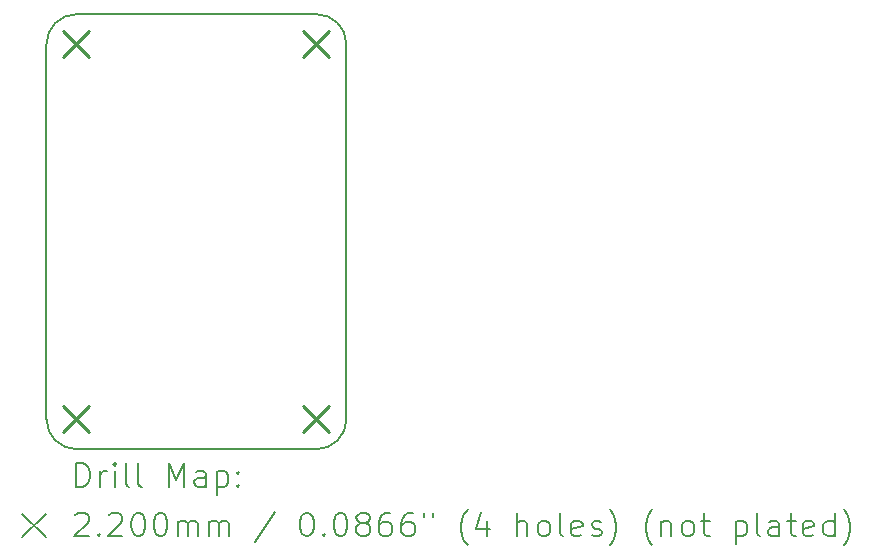
<source format=gbr>
%TF.GenerationSoftware,KiCad,Pcbnew,7.0.5-0*%
%TF.CreationDate,2024-01-10T22:08:40+09:00*%
%TF.ProjectId,Misawa_DistanceSensor,4d697361-7761-45f4-9469-7374616e6365,v0.3*%
%TF.SameCoordinates,Original*%
%TF.FileFunction,Drillmap*%
%TF.FilePolarity,Positive*%
%FSLAX45Y45*%
G04 Gerber Fmt 4.5, Leading zero omitted, Abs format (unit mm)*
G04 Created by KiCad (PCBNEW 7.0.5-0) date 2024-01-10 22:08:40*
%MOMM*%
%LPD*%
G01*
G04 APERTURE LIST*
%ADD10C,0.150000*%
%ADD11C,0.200000*%
%ADD12C,0.220000*%
G04 APERTURE END LIST*
D10*
X12686000Y-13300000D02*
G75*
G03*
X12940000Y-13046000I0J254000D01*
G01*
X10654000Y-9617000D02*
G75*
G03*
X10400000Y-9871000I0J-254000D01*
G01*
X10654000Y-13300000D02*
X12686000Y-13300000D01*
X10400000Y-13046000D02*
G75*
G03*
X10654000Y-13300000I254000J0D01*
G01*
X12940000Y-13046000D02*
X12939826Y-9871000D01*
X12939826Y-9871000D02*
G75*
G03*
X12686000Y-9617174I-253826J0D01*
G01*
X12686000Y-9617174D02*
X10654000Y-9617000D01*
X10400000Y-9871000D02*
X10400000Y-13046000D01*
D11*
D12*
X10544000Y-9761000D02*
X10764000Y-9981000D01*
X10764000Y-9761000D02*
X10544000Y-9981000D01*
X10544000Y-12936000D02*
X10764000Y-13156000D01*
X10764000Y-12936000D02*
X10544000Y-13156000D01*
X12576000Y-9761000D02*
X12796000Y-9981000D01*
X12796000Y-9761000D02*
X12576000Y-9981000D01*
X12576000Y-12936000D02*
X12796000Y-13156000D01*
X12796000Y-12936000D02*
X12576000Y-13156000D01*
D11*
X10653277Y-13618984D02*
X10653277Y-13418984D01*
X10653277Y-13418984D02*
X10700896Y-13418984D01*
X10700896Y-13418984D02*
X10729467Y-13428508D01*
X10729467Y-13428508D02*
X10748515Y-13447555D01*
X10748515Y-13447555D02*
X10758039Y-13466603D01*
X10758039Y-13466603D02*
X10767563Y-13504698D01*
X10767563Y-13504698D02*
X10767563Y-13533269D01*
X10767563Y-13533269D02*
X10758039Y-13571365D01*
X10758039Y-13571365D02*
X10748515Y-13590412D01*
X10748515Y-13590412D02*
X10729467Y-13609460D01*
X10729467Y-13609460D02*
X10700896Y-13618984D01*
X10700896Y-13618984D02*
X10653277Y-13618984D01*
X10853277Y-13618984D02*
X10853277Y-13485650D01*
X10853277Y-13523746D02*
X10862801Y-13504698D01*
X10862801Y-13504698D02*
X10872324Y-13495174D01*
X10872324Y-13495174D02*
X10891372Y-13485650D01*
X10891372Y-13485650D02*
X10910420Y-13485650D01*
X10977086Y-13618984D02*
X10977086Y-13485650D01*
X10977086Y-13418984D02*
X10967563Y-13428508D01*
X10967563Y-13428508D02*
X10977086Y-13438031D01*
X10977086Y-13438031D02*
X10986610Y-13428508D01*
X10986610Y-13428508D02*
X10977086Y-13418984D01*
X10977086Y-13418984D02*
X10977086Y-13438031D01*
X11100896Y-13618984D02*
X11081848Y-13609460D01*
X11081848Y-13609460D02*
X11072324Y-13590412D01*
X11072324Y-13590412D02*
X11072324Y-13418984D01*
X11205658Y-13618984D02*
X11186610Y-13609460D01*
X11186610Y-13609460D02*
X11177086Y-13590412D01*
X11177086Y-13590412D02*
X11177086Y-13418984D01*
X11434229Y-13618984D02*
X11434229Y-13418984D01*
X11434229Y-13418984D02*
X11500896Y-13561841D01*
X11500896Y-13561841D02*
X11567562Y-13418984D01*
X11567562Y-13418984D02*
X11567562Y-13618984D01*
X11748515Y-13618984D02*
X11748515Y-13514222D01*
X11748515Y-13514222D02*
X11738991Y-13495174D01*
X11738991Y-13495174D02*
X11719943Y-13485650D01*
X11719943Y-13485650D02*
X11681848Y-13485650D01*
X11681848Y-13485650D02*
X11662801Y-13495174D01*
X11748515Y-13609460D02*
X11729467Y-13618984D01*
X11729467Y-13618984D02*
X11681848Y-13618984D01*
X11681848Y-13618984D02*
X11662801Y-13609460D01*
X11662801Y-13609460D02*
X11653277Y-13590412D01*
X11653277Y-13590412D02*
X11653277Y-13571365D01*
X11653277Y-13571365D02*
X11662801Y-13552317D01*
X11662801Y-13552317D02*
X11681848Y-13542793D01*
X11681848Y-13542793D02*
X11729467Y-13542793D01*
X11729467Y-13542793D02*
X11748515Y-13533269D01*
X11843753Y-13485650D02*
X11843753Y-13685650D01*
X11843753Y-13495174D02*
X11862801Y-13485650D01*
X11862801Y-13485650D02*
X11900896Y-13485650D01*
X11900896Y-13485650D02*
X11919943Y-13495174D01*
X11919943Y-13495174D02*
X11929467Y-13504698D01*
X11929467Y-13504698D02*
X11938991Y-13523746D01*
X11938991Y-13523746D02*
X11938991Y-13580888D01*
X11938991Y-13580888D02*
X11929467Y-13599936D01*
X11929467Y-13599936D02*
X11919943Y-13609460D01*
X11919943Y-13609460D02*
X11900896Y-13618984D01*
X11900896Y-13618984D02*
X11862801Y-13618984D01*
X11862801Y-13618984D02*
X11843753Y-13609460D01*
X12024705Y-13599936D02*
X12034229Y-13609460D01*
X12034229Y-13609460D02*
X12024705Y-13618984D01*
X12024705Y-13618984D02*
X12015182Y-13609460D01*
X12015182Y-13609460D02*
X12024705Y-13599936D01*
X12024705Y-13599936D02*
X12024705Y-13618984D01*
X12024705Y-13495174D02*
X12034229Y-13504698D01*
X12034229Y-13504698D02*
X12024705Y-13514222D01*
X12024705Y-13514222D02*
X12015182Y-13504698D01*
X12015182Y-13504698D02*
X12024705Y-13495174D01*
X12024705Y-13495174D02*
X12024705Y-13514222D01*
X10192500Y-13847500D02*
X10392500Y-14047500D01*
X10392500Y-13847500D02*
X10192500Y-14047500D01*
X10643753Y-13858031D02*
X10653277Y-13848508D01*
X10653277Y-13848508D02*
X10672324Y-13838984D01*
X10672324Y-13838984D02*
X10719944Y-13838984D01*
X10719944Y-13838984D02*
X10738991Y-13848508D01*
X10738991Y-13848508D02*
X10748515Y-13858031D01*
X10748515Y-13858031D02*
X10758039Y-13877079D01*
X10758039Y-13877079D02*
X10758039Y-13896127D01*
X10758039Y-13896127D02*
X10748515Y-13924698D01*
X10748515Y-13924698D02*
X10634229Y-14038984D01*
X10634229Y-14038984D02*
X10758039Y-14038984D01*
X10843753Y-14019936D02*
X10853277Y-14029460D01*
X10853277Y-14029460D02*
X10843753Y-14038984D01*
X10843753Y-14038984D02*
X10834229Y-14029460D01*
X10834229Y-14029460D02*
X10843753Y-14019936D01*
X10843753Y-14019936D02*
X10843753Y-14038984D01*
X10929467Y-13858031D02*
X10938991Y-13848508D01*
X10938991Y-13848508D02*
X10958039Y-13838984D01*
X10958039Y-13838984D02*
X11005658Y-13838984D01*
X11005658Y-13838984D02*
X11024705Y-13848508D01*
X11024705Y-13848508D02*
X11034229Y-13858031D01*
X11034229Y-13858031D02*
X11043753Y-13877079D01*
X11043753Y-13877079D02*
X11043753Y-13896127D01*
X11043753Y-13896127D02*
X11034229Y-13924698D01*
X11034229Y-13924698D02*
X10919944Y-14038984D01*
X10919944Y-14038984D02*
X11043753Y-14038984D01*
X11167563Y-13838984D02*
X11186610Y-13838984D01*
X11186610Y-13838984D02*
X11205658Y-13848508D01*
X11205658Y-13848508D02*
X11215182Y-13858031D01*
X11215182Y-13858031D02*
X11224705Y-13877079D01*
X11224705Y-13877079D02*
X11234229Y-13915174D01*
X11234229Y-13915174D02*
X11234229Y-13962793D01*
X11234229Y-13962793D02*
X11224705Y-14000888D01*
X11224705Y-14000888D02*
X11215182Y-14019936D01*
X11215182Y-14019936D02*
X11205658Y-14029460D01*
X11205658Y-14029460D02*
X11186610Y-14038984D01*
X11186610Y-14038984D02*
X11167563Y-14038984D01*
X11167563Y-14038984D02*
X11148515Y-14029460D01*
X11148515Y-14029460D02*
X11138991Y-14019936D01*
X11138991Y-14019936D02*
X11129467Y-14000888D01*
X11129467Y-14000888D02*
X11119944Y-13962793D01*
X11119944Y-13962793D02*
X11119944Y-13915174D01*
X11119944Y-13915174D02*
X11129467Y-13877079D01*
X11129467Y-13877079D02*
X11138991Y-13858031D01*
X11138991Y-13858031D02*
X11148515Y-13848508D01*
X11148515Y-13848508D02*
X11167563Y-13838984D01*
X11358039Y-13838984D02*
X11377086Y-13838984D01*
X11377086Y-13838984D02*
X11396134Y-13848508D01*
X11396134Y-13848508D02*
X11405658Y-13858031D01*
X11405658Y-13858031D02*
X11415182Y-13877079D01*
X11415182Y-13877079D02*
X11424705Y-13915174D01*
X11424705Y-13915174D02*
X11424705Y-13962793D01*
X11424705Y-13962793D02*
X11415182Y-14000888D01*
X11415182Y-14000888D02*
X11405658Y-14019936D01*
X11405658Y-14019936D02*
X11396134Y-14029460D01*
X11396134Y-14029460D02*
X11377086Y-14038984D01*
X11377086Y-14038984D02*
X11358039Y-14038984D01*
X11358039Y-14038984D02*
X11338991Y-14029460D01*
X11338991Y-14029460D02*
X11329467Y-14019936D01*
X11329467Y-14019936D02*
X11319943Y-14000888D01*
X11319943Y-14000888D02*
X11310420Y-13962793D01*
X11310420Y-13962793D02*
X11310420Y-13915174D01*
X11310420Y-13915174D02*
X11319943Y-13877079D01*
X11319943Y-13877079D02*
X11329467Y-13858031D01*
X11329467Y-13858031D02*
X11338991Y-13848508D01*
X11338991Y-13848508D02*
X11358039Y-13838984D01*
X11510420Y-14038984D02*
X11510420Y-13905650D01*
X11510420Y-13924698D02*
X11519943Y-13915174D01*
X11519943Y-13915174D02*
X11538991Y-13905650D01*
X11538991Y-13905650D02*
X11567563Y-13905650D01*
X11567563Y-13905650D02*
X11586610Y-13915174D01*
X11586610Y-13915174D02*
X11596134Y-13934222D01*
X11596134Y-13934222D02*
X11596134Y-14038984D01*
X11596134Y-13934222D02*
X11605658Y-13915174D01*
X11605658Y-13915174D02*
X11624705Y-13905650D01*
X11624705Y-13905650D02*
X11653277Y-13905650D01*
X11653277Y-13905650D02*
X11672324Y-13915174D01*
X11672324Y-13915174D02*
X11681848Y-13934222D01*
X11681848Y-13934222D02*
X11681848Y-14038984D01*
X11777086Y-14038984D02*
X11777086Y-13905650D01*
X11777086Y-13924698D02*
X11786610Y-13915174D01*
X11786610Y-13915174D02*
X11805658Y-13905650D01*
X11805658Y-13905650D02*
X11834229Y-13905650D01*
X11834229Y-13905650D02*
X11853277Y-13915174D01*
X11853277Y-13915174D02*
X11862801Y-13934222D01*
X11862801Y-13934222D02*
X11862801Y-14038984D01*
X11862801Y-13934222D02*
X11872324Y-13915174D01*
X11872324Y-13915174D02*
X11891372Y-13905650D01*
X11891372Y-13905650D02*
X11919943Y-13905650D01*
X11919943Y-13905650D02*
X11938991Y-13915174D01*
X11938991Y-13915174D02*
X11948515Y-13934222D01*
X11948515Y-13934222D02*
X11948515Y-14038984D01*
X12338991Y-13829460D02*
X12167563Y-14086603D01*
X12596134Y-13838984D02*
X12615182Y-13838984D01*
X12615182Y-13838984D02*
X12634229Y-13848508D01*
X12634229Y-13848508D02*
X12643753Y-13858031D01*
X12643753Y-13858031D02*
X12653277Y-13877079D01*
X12653277Y-13877079D02*
X12662801Y-13915174D01*
X12662801Y-13915174D02*
X12662801Y-13962793D01*
X12662801Y-13962793D02*
X12653277Y-14000888D01*
X12653277Y-14000888D02*
X12643753Y-14019936D01*
X12643753Y-14019936D02*
X12634229Y-14029460D01*
X12634229Y-14029460D02*
X12615182Y-14038984D01*
X12615182Y-14038984D02*
X12596134Y-14038984D01*
X12596134Y-14038984D02*
X12577086Y-14029460D01*
X12577086Y-14029460D02*
X12567563Y-14019936D01*
X12567563Y-14019936D02*
X12558039Y-14000888D01*
X12558039Y-14000888D02*
X12548515Y-13962793D01*
X12548515Y-13962793D02*
X12548515Y-13915174D01*
X12548515Y-13915174D02*
X12558039Y-13877079D01*
X12558039Y-13877079D02*
X12567563Y-13858031D01*
X12567563Y-13858031D02*
X12577086Y-13848508D01*
X12577086Y-13848508D02*
X12596134Y-13838984D01*
X12748515Y-14019936D02*
X12758039Y-14029460D01*
X12758039Y-14029460D02*
X12748515Y-14038984D01*
X12748515Y-14038984D02*
X12738991Y-14029460D01*
X12738991Y-14029460D02*
X12748515Y-14019936D01*
X12748515Y-14019936D02*
X12748515Y-14038984D01*
X12881848Y-13838984D02*
X12900896Y-13838984D01*
X12900896Y-13838984D02*
X12919944Y-13848508D01*
X12919944Y-13848508D02*
X12929467Y-13858031D01*
X12929467Y-13858031D02*
X12938991Y-13877079D01*
X12938991Y-13877079D02*
X12948515Y-13915174D01*
X12948515Y-13915174D02*
X12948515Y-13962793D01*
X12948515Y-13962793D02*
X12938991Y-14000888D01*
X12938991Y-14000888D02*
X12929467Y-14019936D01*
X12929467Y-14019936D02*
X12919944Y-14029460D01*
X12919944Y-14029460D02*
X12900896Y-14038984D01*
X12900896Y-14038984D02*
X12881848Y-14038984D01*
X12881848Y-14038984D02*
X12862801Y-14029460D01*
X12862801Y-14029460D02*
X12853277Y-14019936D01*
X12853277Y-14019936D02*
X12843753Y-14000888D01*
X12843753Y-14000888D02*
X12834229Y-13962793D01*
X12834229Y-13962793D02*
X12834229Y-13915174D01*
X12834229Y-13915174D02*
X12843753Y-13877079D01*
X12843753Y-13877079D02*
X12853277Y-13858031D01*
X12853277Y-13858031D02*
X12862801Y-13848508D01*
X12862801Y-13848508D02*
X12881848Y-13838984D01*
X13062801Y-13924698D02*
X13043753Y-13915174D01*
X13043753Y-13915174D02*
X13034229Y-13905650D01*
X13034229Y-13905650D02*
X13024706Y-13886603D01*
X13024706Y-13886603D02*
X13024706Y-13877079D01*
X13024706Y-13877079D02*
X13034229Y-13858031D01*
X13034229Y-13858031D02*
X13043753Y-13848508D01*
X13043753Y-13848508D02*
X13062801Y-13838984D01*
X13062801Y-13838984D02*
X13100896Y-13838984D01*
X13100896Y-13838984D02*
X13119944Y-13848508D01*
X13119944Y-13848508D02*
X13129467Y-13858031D01*
X13129467Y-13858031D02*
X13138991Y-13877079D01*
X13138991Y-13877079D02*
X13138991Y-13886603D01*
X13138991Y-13886603D02*
X13129467Y-13905650D01*
X13129467Y-13905650D02*
X13119944Y-13915174D01*
X13119944Y-13915174D02*
X13100896Y-13924698D01*
X13100896Y-13924698D02*
X13062801Y-13924698D01*
X13062801Y-13924698D02*
X13043753Y-13934222D01*
X13043753Y-13934222D02*
X13034229Y-13943746D01*
X13034229Y-13943746D02*
X13024706Y-13962793D01*
X13024706Y-13962793D02*
X13024706Y-14000888D01*
X13024706Y-14000888D02*
X13034229Y-14019936D01*
X13034229Y-14019936D02*
X13043753Y-14029460D01*
X13043753Y-14029460D02*
X13062801Y-14038984D01*
X13062801Y-14038984D02*
X13100896Y-14038984D01*
X13100896Y-14038984D02*
X13119944Y-14029460D01*
X13119944Y-14029460D02*
X13129467Y-14019936D01*
X13129467Y-14019936D02*
X13138991Y-14000888D01*
X13138991Y-14000888D02*
X13138991Y-13962793D01*
X13138991Y-13962793D02*
X13129467Y-13943746D01*
X13129467Y-13943746D02*
X13119944Y-13934222D01*
X13119944Y-13934222D02*
X13100896Y-13924698D01*
X13310420Y-13838984D02*
X13272325Y-13838984D01*
X13272325Y-13838984D02*
X13253277Y-13848508D01*
X13253277Y-13848508D02*
X13243753Y-13858031D01*
X13243753Y-13858031D02*
X13224706Y-13886603D01*
X13224706Y-13886603D02*
X13215182Y-13924698D01*
X13215182Y-13924698D02*
X13215182Y-14000888D01*
X13215182Y-14000888D02*
X13224706Y-14019936D01*
X13224706Y-14019936D02*
X13234229Y-14029460D01*
X13234229Y-14029460D02*
X13253277Y-14038984D01*
X13253277Y-14038984D02*
X13291372Y-14038984D01*
X13291372Y-14038984D02*
X13310420Y-14029460D01*
X13310420Y-14029460D02*
X13319944Y-14019936D01*
X13319944Y-14019936D02*
X13329467Y-14000888D01*
X13329467Y-14000888D02*
X13329467Y-13953269D01*
X13329467Y-13953269D02*
X13319944Y-13934222D01*
X13319944Y-13934222D02*
X13310420Y-13924698D01*
X13310420Y-13924698D02*
X13291372Y-13915174D01*
X13291372Y-13915174D02*
X13253277Y-13915174D01*
X13253277Y-13915174D02*
X13234229Y-13924698D01*
X13234229Y-13924698D02*
X13224706Y-13934222D01*
X13224706Y-13934222D02*
X13215182Y-13953269D01*
X13500896Y-13838984D02*
X13462801Y-13838984D01*
X13462801Y-13838984D02*
X13443753Y-13848508D01*
X13443753Y-13848508D02*
X13434229Y-13858031D01*
X13434229Y-13858031D02*
X13415182Y-13886603D01*
X13415182Y-13886603D02*
X13405658Y-13924698D01*
X13405658Y-13924698D02*
X13405658Y-14000888D01*
X13405658Y-14000888D02*
X13415182Y-14019936D01*
X13415182Y-14019936D02*
X13424706Y-14029460D01*
X13424706Y-14029460D02*
X13443753Y-14038984D01*
X13443753Y-14038984D02*
X13481848Y-14038984D01*
X13481848Y-14038984D02*
X13500896Y-14029460D01*
X13500896Y-14029460D02*
X13510420Y-14019936D01*
X13510420Y-14019936D02*
X13519944Y-14000888D01*
X13519944Y-14000888D02*
X13519944Y-13953269D01*
X13519944Y-13953269D02*
X13510420Y-13934222D01*
X13510420Y-13934222D02*
X13500896Y-13924698D01*
X13500896Y-13924698D02*
X13481848Y-13915174D01*
X13481848Y-13915174D02*
X13443753Y-13915174D01*
X13443753Y-13915174D02*
X13424706Y-13924698D01*
X13424706Y-13924698D02*
X13415182Y-13934222D01*
X13415182Y-13934222D02*
X13405658Y-13953269D01*
X13596134Y-13838984D02*
X13596134Y-13877079D01*
X13672325Y-13838984D02*
X13672325Y-13877079D01*
X13967563Y-14115174D02*
X13958039Y-14105650D01*
X13958039Y-14105650D02*
X13938991Y-14077079D01*
X13938991Y-14077079D02*
X13929468Y-14058031D01*
X13929468Y-14058031D02*
X13919944Y-14029460D01*
X13919944Y-14029460D02*
X13910420Y-13981841D01*
X13910420Y-13981841D02*
X13910420Y-13943746D01*
X13910420Y-13943746D02*
X13919944Y-13896127D01*
X13919944Y-13896127D02*
X13929468Y-13867555D01*
X13929468Y-13867555D02*
X13938991Y-13848508D01*
X13938991Y-13848508D02*
X13958039Y-13819936D01*
X13958039Y-13819936D02*
X13967563Y-13810412D01*
X14129468Y-13905650D02*
X14129468Y-14038984D01*
X14081848Y-13829460D02*
X14034229Y-13972317D01*
X14034229Y-13972317D02*
X14158039Y-13972317D01*
X14386610Y-14038984D02*
X14386610Y-13838984D01*
X14472325Y-14038984D02*
X14472325Y-13934222D01*
X14472325Y-13934222D02*
X14462801Y-13915174D01*
X14462801Y-13915174D02*
X14443753Y-13905650D01*
X14443753Y-13905650D02*
X14415182Y-13905650D01*
X14415182Y-13905650D02*
X14396134Y-13915174D01*
X14396134Y-13915174D02*
X14386610Y-13924698D01*
X14596134Y-14038984D02*
X14577087Y-14029460D01*
X14577087Y-14029460D02*
X14567563Y-14019936D01*
X14567563Y-14019936D02*
X14558039Y-14000888D01*
X14558039Y-14000888D02*
X14558039Y-13943746D01*
X14558039Y-13943746D02*
X14567563Y-13924698D01*
X14567563Y-13924698D02*
X14577087Y-13915174D01*
X14577087Y-13915174D02*
X14596134Y-13905650D01*
X14596134Y-13905650D02*
X14624706Y-13905650D01*
X14624706Y-13905650D02*
X14643753Y-13915174D01*
X14643753Y-13915174D02*
X14653277Y-13924698D01*
X14653277Y-13924698D02*
X14662801Y-13943746D01*
X14662801Y-13943746D02*
X14662801Y-14000888D01*
X14662801Y-14000888D02*
X14653277Y-14019936D01*
X14653277Y-14019936D02*
X14643753Y-14029460D01*
X14643753Y-14029460D02*
X14624706Y-14038984D01*
X14624706Y-14038984D02*
X14596134Y-14038984D01*
X14777087Y-14038984D02*
X14758039Y-14029460D01*
X14758039Y-14029460D02*
X14748515Y-14010412D01*
X14748515Y-14010412D02*
X14748515Y-13838984D01*
X14929468Y-14029460D02*
X14910420Y-14038984D01*
X14910420Y-14038984D02*
X14872325Y-14038984D01*
X14872325Y-14038984D02*
X14853277Y-14029460D01*
X14853277Y-14029460D02*
X14843753Y-14010412D01*
X14843753Y-14010412D02*
X14843753Y-13934222D01*
X14843753Y-13934222D02*
X14853277Y-13915174D01*
X14853277Y-13915174D02*
X14872325Y-13905650D01*
X14872325Y-13905650D02*
X14910420Y-13905650D01*
X14910420Y-13905650D02*
X14929468Y-13915174D01*
X14929468Y-13915174D02*
X14938991Y-13934222D01*
X14938991Y-13934222D02*
X14938991Y-13953269D01*
X14938991Y-13953269D02*
X14843753Y-13972317D01*
X15015182Y-14029460D02*
X15034230Y-14038984D01*
X15034230Y-14038984D02*
X15072325Y-14038984D01*
X15072325Y-14038984D02*
X15091372Y-14029460D01*
X15091372Y-14029460D02*
X15100896Y-14010412D01*
X15100896Y-14010412D02*
X15100896Y-14000888D01*
X15100896Y-14000888D02*
X15091372Y-13981841D01*
X15091372Y-13981841D02*
X15072325Y-13972317D01*
X15072325Y-13972317D02*
X15043753Y-13972317D01*
X15043753Y-13972317D02*
X15024706Y-13962793D01*
X15024706Y-13962793D02*
X15015182Y-13943746D01*
X15015182Y-13943746D02*
X15015182Y-13934222D01*
X15015182Y-13934222D02*
X15024706Y-13915174D01*
X15024706Y-13915174D02*
X15043753Y-13905650D01*
X15043753Y-13905650D02*
X15072325Y-13905650D01*
X15072325Y-13905650D02*
X15091372Y-13915174D01*
X15167563Y-14115174D02*
X15177087Y-14105650D01*
X15177087Y-14105650D02*
X15196134Y-14077079D01*
X15196134Y-14077079D02*
X15205658Y-14058031D01*
X15205658Y-14058031D02*
X15215182Y-14029460D01*
X15215182Y-14029460D02*
X15224706Y-13981841D01*
X15224706Y-13981841D02*
X15224706Y-13943746D01*
X15224706Y-13943746D02*
X15215182Y-13896127D01*
X15215182Y-13896127D02*
X15205658Y-13867555D01*
X15205658Y-13867555D02*
X15196134Y-13848508D01*
X15196134Y-13848508D02*
X15177087Y-13819936D01*
X15177087Y-13819936D02*
X15167563Y-13810412D01*
X15529468Y-14115174D02*
X15519944Y-14105650D01*
X15519944Y-14105650D02*
X15500896Y-14077079D01*
X15500896Y-14077079D02*
X15491372Y-14058031D01*
X15491372Y-14058031D02*
X15481849Y-14029460D01*
X15481849Y-14029460D02*
X15472325Y-13981841D01*
X15472325Y-13981841D02*
X15472325Y-13943746D01*
X15472325Y-13943746D02*
X15481849Y-13896127D01*
X15481849Y-13896127D02*
X15491372Y-13867555D01*
X15491372Y-13867555D02*
X15500896Y-13848508D01*
X15500896Y-13848508D02*
X15519944Y-13819936D01*
X15519944Y-13819936D02*
X15529468Y-13810412D01*
X15605658Y-13905650D02*
X15605658Y-14038984D01*
X15605658Y-13924698D02*
X15615182Y-13915174D01*
X15615182Y-13915174D02*
X15634230Y-13905650D01*
X15634230Y-13905650D02*
X15662801Y-13905650D01*
X15662801Y-13905650D02*
X15681849Y-13915174D01*
X15681849Y-13915174D02*
X15691372Y-13934222D01*
X15691372Y-13934222D02*
X15691372Y-14038984D01*
X15815182Y-14038984D02*
X15796134Y-14029460D01*
X15796134Y-14029460D02*
X15786611Y-14019936D01*
X15786611Y-14019936D02*
X15777087Y-14000888D01*
X15777087Y-14000888D02*
X15777087Y-13943746D01*
X15777087Y-13943746D02*
X15786611Y-13924698D01*
X15786611Y-13924698D02*
X15796134Y-13915174D01*
X15796134Y-13915174D02*
X15815182Y-13905650D01*
X15815182Y-13905650D02*
X15843753Y-13905650D01*
X15843753Y-13905650D02*
X15862801Y-13915174D01*
X15862801Y-13915174D02*
X15872325Y-13924698D01*
X15872325Y-13924698D02*
X15881849Y-13943746D01*
X15881849Y-13943746D02*
X15881849Y-14000888D01*
X15881849Y-14000888D02*
X15872325Y-14019936D01*
X15872325Y-14019936D02*
X15862801Y-14029460D01*
X15862801Y-14029460D02*
X15843753Y-14038984D01*
X15843753Y-14038984D02*
X15815182Y-14038984D01*
X15938992Y-13905650D02*
X16015182Y-13905650D01*
X15967563Y-13838984D02*
X15967563Y-14010412D01*
X15967563Y-14010412D02*
X15977087Y-14029460D01*
X15977087Y-14029460D02*
X15996134Y-14038984D01*
X15996134Y-14038984D02*
X16015182Y-14038984D01*
X16234230Y-13905650D02*
X16234230Y-14105650D01*
X16234230Y-13915174D02*
X16253277Y-13905650D01*
X16253277Y-13905650D02*
X16291373Y-13905650D01*
X16291373Y-13905650D02*
X16310420Y-13915174D01*
X16310420Y-13915174D02*
X16319944Y-13924698D01*
X16319944Y-13924698D02*
X16329468Y-13943746D01*
X16329468Y-13943746D02*
X16329468Y-14000888D01*
X16329468Y-14000888D02*
X16319944Y-14019936D01*
X16319944Y-14019936D02*
X16310420Y-14029460D01*
X16310420Y-14029460D02*
X16291373Y-14038984D01*
X16291373Y-14038984D02*
X16253277Y-14038984D01*
X16253277Y-14038984D02*
X16234230Y-14029460D01*
X16443753Y-14038984D02*
X16424706Y-14029460D01*
X16424706Y-14029460D02*
X16415182Y-14010412D01*
X16415182Y-14010412D02*
X16415182Y-13838984D01*
X16605658Y-14038984D02*
X16605658Y-13934222D01*
X16605658Y-13934222D02*
X16596134Y-13915174D01*
X16596134Y-13915174D02*
X16577087Y-13905650D01*
X16577087Y-13905650D02*
X16538992Y-13905650D01*
X16538992Y-13905650D02*
X16519944Y-13915174D01*
X16605658Y-14029460D02*
X16586611Y-14038984D01*
X16586611Y-14038984D02*
X16538992Y-14038984D01*
X16538992Y-14038984D02*
X16519944Y-14029460D01*
X16519944Y-14029460D02*
X16510420Y-14010412D01*
X16510420Y-14010412D02*
X16510420Y-13991365D01*
X16510420Y-13991365D02*
X16519944Y-13972317D01*
X16519944Y-13972317D02*
X16538992Y-13962793D01*
X16538992Y-13962793D02*
X16586611Y-13962793D01*
X16586611Y-13962793D02*
X16605658Y-13953269D01*
X16672325Y-13905650D02*
X16748515Y-13905650D01*
X16700896Y-13838984D02*
X16700896Y-14010412D01*
X16700896Y-14010412D02*
X16710420Y-14029460D01*
X16710420Y-14029460D02*
X16729468Y-14038984D01*
X16729468Y-14038984D02*
X16748515Y-14038984D01*
X16891373Y-14029460D02*
X16872325Y-14038984D01*
X16872325Y-14038984D02*
X16834230Y-14038984D01*
X16834230Y-14038984D02*
X16815182Y-14029460D01*
X16815182Y-14029460D02*
X16805658Y-14010412D01*
X16805658Y-14010412D02*
X16805658Y-13934222D01*
X16805658Y-13934222D02*
X16815182Y-13915174D01*
X16815182Y-13915174D02*
X16834230Y-13905650D01*
X16834230Y-13905650D02*
X16872325Y-13905650D01*
X16872325Y-13905650D02*
X16891373Y-13915174D01*
X16891373Y-13915174D02*
X16900896Y-13934222D01*
X16900896Y-13934222D02*
X16900896Y-13953269D01*
X16900896Y-13953269D02*
X16805658Y-13972317D01*
X17072325Y-14038984D02*
X17072325Y-13838984D01*
X17072325Y-14029460D02*
X17053277Y-14038984D01*
X17053277Y-14038984D02*
X17015182Y-14038984D01*
X17015182Y-14038984D02*
X16996135Y-14029460D01*
X16996135Y-14029460D02*
X16986611Y-14019936D01*
X16986611Y-14019936D02*
X16977087Y-14000888D01*
X16977087Y-14000888D02*
X16977087Y-13943746D01*
X16977087Y-13943746D02*
X16986611Y-13924698D01*
X16986611Y-13924698D02*
X16996135Y-13915174D01*
X16996135Y-13915174D02*
X17015182Y-13905650D01*
X17015182Y-13905650D02*
X17053277Y-13905650D01*
X17053277Y-13905650D02*
X17072325Y-13915174D01*
X17148516Y-14115174D02*
X17158039Y-14105650D01*
X17158039Y-14105650D02*
X17177087Y-14077079D01*
X17177087Y-14077079D02*
X17186611Y-14058031D01*
X17186611Y-14058031D02*
X17196135Y-14029460D01*
X17196135Y-14029460D02*
X17205658Y-13981841D01*
X17205658Y-13981841D02*
X17205658Y-13943746D01*
X17205658Y-13943746D02*
X17196135Y-13896127D01*
X17196135Y-13896127D02*
X17186611Y-13867555D01*
X17186611Y-13867555D02*
X17177087Y-13848508D01*
X17177087Y-13848508D02*
X17158039Y-13819936D01*
X17158039Y-13819936D02*
X17148516Y-13810412D01*
M02*

</source>
